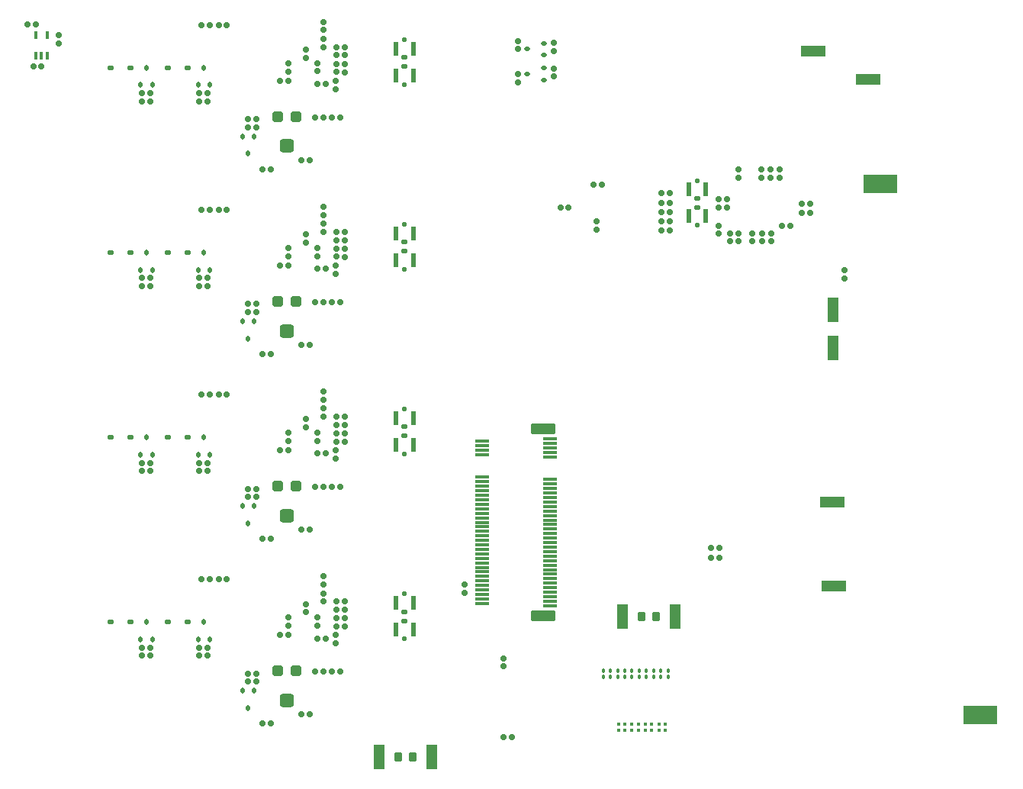
<source format=gbp>
G04*
G04 #@! TF.GenerationSoftware,Altium Limited,Altium Designer,23.10.1 (27)*
G04*
G04 Layer_Color=128*
%FSAX25Y25*%
%MOIN*%
G70*
G04*
G04 #@! TF.SameCoordinates,24A0423C-D8D6-4CDA-AFC9-E754AC273B9F*
G04*
G04*
G04 #@! TF.FilePolarity,Positive*
G04*
G01*
G75*
G04:AMPARAMS|DCode=40|XSize=23.62mil|YSize=23.62mil|CornerRadius=5.91mil|HoleSize=0mil|Usage=FLASHONLY|Rotation=270.000|XOffset=0mil|YOffset=0mil|HoleType=Round|Shape=RoundedRectangle|*
%AMROUNDEDRECTD40*
21,1,0.02362,0.01181,0,0,270.0*
21,1,0.01181,0.02362,0,0,270.0*
1,1,0.01181,-0.00591,-0.00591*
1,1,0.01181,-0.00591,0.00591*
1,1,0.01181,0.00591,0.00591*
1,1,0.01181,0.00591,-0.00591*
%
%ADD40ROUNDEDRECTD40*%
G04:AMPARAMS|DCode=46|XSize=23.62mil|YSize=23.62mil|CornerRadius=5.91mil|HoleSize=0mil|Usage=FLASHONLY|Rotation=0.000|XOffset=0mil|YOffset=0mil|HoleType=Round|Shape=RoundedRectangle|*
%AMROUNDEDRECTD46*
21,1,0.02362,0.01181,0,0,0.0*
21,1,0.01181,0.02362,0,0,0.0*
1,1,0.01181,0.00591,-0.00591*
1,1,0.01181,-0.00591,-0.00591*
1,1,0.01181,-0.00591,0.00591*
1,1,0.01181,0.00591,0.00591*
%
%ADD46ROUNDEDRECTD46*%
G04:AMPARAMS|DCode=48|XSize=25.2mil|YSize=25.2mil|CornerRadius=6.3mil|HoleSize=0mil|Usage=FLASHONLY|Rotation=270.000|XOffset=0mil|YOffset=0mil|HoleType=Round|Shape=RoundedRectangle|*
%AMROUNDEDRECTD48*
21,1,0.02520,0.01260,0,0,270.0*
21,1,0.01260,0.02520,0,0,270.0*
1,1,0.01260,-0.00630,-0.00630*
1,1,0.01260,-0.00630,0.00630*
1,1,0.01260,0.00630,0.00630*
1,1,0.01260,0.00630,-0.00630*
%
%ADD48ROUNDEDRECTD48*%
G04:AMPARAMS|DCode=49|XSize=39.37mil|YSize=35.43mil|CornerRadius=8.86mil|HoleSize=0mil|Usage=FLASHONLY|Rotation=90.000|XOffset=0mil|YOffset=0mil|HoleType=Round|Shape=RoundedRectangle|*
%AMROUNDEDRECTD49*
21,1,0.03937,0.01772,0,0,90.0*
21,1,0.02165,0.03543,0,0,90.0*
1,1,0.01772,0.00886,0.01083*
1,1,0.01772,0.00886,-0.01083*
1,1,0.01772,-0.00886,-0.01083*
1,1,0.01772,-0.00886,0.01083*
%
%ADD49ROUNDEDRECTD49*%
G04:AMPARAMS|DCode=51|XSize=25.2mil|YSize=25.2mil|CornerRadius=6.3mil|HoleSize=0mil|Usage=FLASHONLY|Rotation=180.000|XOffset=0mil|YOffset=0mil|HoleType=Round|Shape=RoundedRectangle|*
%AMROUNDEDRECTD51*
21,1,0.02520,0.01260,0,0,180.0*
21,1,0.01260,0.02520,0,0,180.0*
1,1,0.01260,-0.00630,0.00630*
1,1,0.01260,0.00630,0.00630*
1,1,0.01260,0.00630,-0.00630*
1,1,0.01260,-0.00630,-0.00630*
%
%ADD51ROUNDEDRECTD51*%
G04:AMPARAMS|DCode=68|XSize=13.78mil|YSize=15.75mil|CornerRadius=3.45mil|HoleSize=0mil|Usage=FLASHONLY|Rotation=0.000|XOffset=0mil|YOffset=0mil|HoleType=Round|Shape=RoundedRectangle|*
%AMROUNDEDRECTD68*
21,1,0.01378,0.00886,0,0,0.0*
21,1,0.00689,0.01575,0,0,0.0*
1,1,0.00689,0.00345,-0.00443*
1,1,0.00689,-0.00345,-0.00443*
1,1,0.00689,-0.00345,0.00443*
1,1,0.00689,0.00345,0.00443*
%
%ADD68ROUNDEDRECTD68*%
G04:AMPARAMS|DCode=70|XSize=16.54mil|YSize=18.11mil|CornerRadius=4.13mil|HoleSize=0mil|Usage=FLASHONLY|Rotation=0.000|XOffset=0mil|YOffset=0mil|HoleType=Round|Shape=RoundedRectangle|*
%AMROUNDEDRECTD70*
21,1,0.01654,0.00984,0,0,0.0*
21,1,0.00827,0.01811,0,0,0.0*
1,1,0.00827,0.00413,-0.00492*
1,1,0.00827,-0.00413,-0.00492*
1,1,0.00827,-0.00413,0.00492*
1,1,0.00827,0.00413,0.00492*
%
%ADD70ROUNDEDRECTD70*%
G04:AMPARAMS|DCode=186|XSize=12mil|YSize=61mil|CornerRadius=3mil|HoleSize=0mil|Usage=FLASHONLY|Rotation=90.000|XOffset=0mil|YOffset=0mil|HoleType=Round|Shape=RoundedRectangle|*
%AMROUNDEDRECTD186*
21,1,0.01200,0.05500,0,0,90.0*
21,1,0.00600,0.06100,0,0,90.0*
1,1,0.00600,0.02750,0.00300*
1,1,0.00600,0.02750,-0.00300*
1,1,0.00600,-0.02750,-0.00300*
1,1,0.00600,-0.02750,0.00300*
%
%ADD186ROUNDEDRECTD186*%
G04:AMPARAMS|DCode=187|XSize=47mil|YSize=108mil|CornerRadius=4.7mil|HoleSize=0mil|Usage=FLASHONLY|Rotation=90.000|XOffset=0mil|YOffset=0mil|HoleType=Round|Shape=RoundedRectangle|*
%AMROUNDEDRECTD187*
21,1,0.04700,0.09860,0,0,90.0*
21,1,0.03760,0.10800,0,0,90.0*
1,1,0.00940,0.04930,0.01880*
1,1,0.00940,0.04930,-0.01880*
1,1,0.00940,-0.04930,-0.01880*
1,1,0.00940,-0.04930,0.01880*
%
%ADD187ROUNDEDRECTD187*%
G04:AMPARAMS|DCode=188|XSize=108.27mil|YSize=47.24mil|CornerRadius=2.36mil|HoleSize=0mil|Usage=FLASHONLY|Rotation=0.000|XOffset=0mil|YOffset=0mil|HoleType=Round|Shape=RoundedRectangle|*
%AMROUNDEDRECTD188*
21,1,0.10827,0.04252,0,0,0.0*
21,1,0.10354,0.04724,0,0,0.0*
1,1,0.00472,0.05177,-0.02126*
1,1,0.00472,-0.05177,-0.02126*
1,1,0.00472,-0.05177,0.02126*
1,1,0.00472,0.05177,0.02126*
%
%ADD188ROUNDEDRECTD188*%
G04:AMPARAMS|DCode=189|XSize=108.27mil|YSize=47.24mil|CornerRadius=2.36mil|HoleSize=0mil|Usage=FLASHONLY|Rotation=90.000|XOffset=0mil|YOffset=0mil|HoleType=Round|Shape=RoundedRectangle|*
%AMROUNDEDRECTD189*
21,1,0.10827,0.04252,0,0,90.0*
21,1,0.10354,0.04724,0,0,90.0*
1,1,0.00472,0.02126,0.05177*
1,1,0.00472,0.02126,-0.05177*
1,1,0.00472,-0.02126,-0.05177*
1,1,0.00472,-0.02126,0.05177*
%
%ADD189ROUNDEDRECTD189*%
G04:AMPARAMS|DCode=190|XSize=149.61mil|YSize=79.92mil|CornerRadius=4mil|HoleSize=0mil|Usage=FLASHONLY|Rotation=180.000|XOffset=0mil|YOffset=0mil|HoleType=Round|Shape=RoundedRectangle|*
%AMROUNDEDRECTD190*
21,1,0.14961,0.07193,0,0,180.0*
21,1,0.14161,0.07992,0,0,180.0*
1,1,0.00799,-0.07081,0.03597*
1,1,0.00799,0.07081,0.03597*
1,1,0.00799,0.07081,-0.03597*
1,1,0.00799,-0.07081,-0.03597*
%
%ADD190ROUNDEDRECTD190*%
G04:AMPARAMS|DCode=191|XSize=25.59mil|YSize=19.68mil|CornerRadius=4.92mil|HoleSize=0mil|Usage=FLASHONLY|Rotation=0.000|XOffset=0mil|YOffset=0mil|HoleType=Round|Shape=RoundedRectangle|*
%AMROUNDEDRECTD191*
21,1,0.02559,0.00984,0,0,0.0*
21,1,0.01575,0.01968,0,0,0.0*
1,1,0.00984,0.00787,-0.00492*
1,1,0.00984,-0.00787,-0.00492*
1,1,0.00984,-0.00787,0.00492*
1,1,0.00984,0.00787,0.00492*
%
%ADD191ROUNDEDRECTD191*%
G04:AMPARAMS|DCode=192|XSize=22.84mil|YSize=62.21mil|CornerRadius=5.71mil|HoleSize=0mil|Usage=FLASHONLY|Rotation=0.000|XOffset=0mil|YOffset=0mil|HoleType=Round|Shape=RoundedRectangle|*
%AMROUNDEDRECTD192*
21,1,0.02284,0.05079,0,0,0.0*
21,1,0.01142,0.06221,0,0,0.0*
1,1,0.01142,0.00571,-0.02539*
1,1,0.01142,-0.00571,-0.02539*
1,1,0.01142,-0.00571,0.02539*
1,1,0.01142,0.00571,0.02539*
%
%ADD192ROUNDEDRECTD192*%
G04:AMPARAMS|DCode=193|XSize=23.62mil|YSize=21.65mil|CornerRadius=5.41mil|HoleSize=0mil|Usage=FLASHONLY|Rotation=180.000|XOffset=0mil|YOffset=0mil|HoleType=Round|Shape=RoundedRectangle|*
%AMROUNDEDRECTD193*
21,1,0.02362,0.01083,0,0,180.0*
21,1,0.01280,0.02165,0,0,180.0*
1,1,0.01083,-0.00640,0.00541*
1,1,0.01083,0.00640,0.00541*
1,1,0.01083,0.00640,-0.00541*
1,1,0.01083,-0.00640,-0.00541*
%
%ADD193ROUNDEDRECTD193*%
G04:AMPARAMS|DCode=194|XSize=19.68mil|YSize=19.68mil|CornerRadius=4.92mil|HoleSize=0mil|Usage=FLASHONLY|Rotation=180.000|XOffset=0mil|YOffset=0mil|HoleType=Round|Shape=RoundedRectangle|*
%AMROUNDEDRECTD194*
21,1,0.01968,0.00984,0,0,180.0*
21,1,0.00984,0.01968,0,0,180.0*
1,1,0.00984,-0.00492,0.00492*
1,1,0.00984,0.00492,0.00492*
1,1,0.00984,0.00492,-0.00492*
1,1,0.00984,-0.00492,-0.00492*
%
%ADD194ROUNDEDRECTD194*%
G04:AMPARAMS|DCode=196|XSize=18.5mil|YSize=23.62mil|CornerRadius=4.63mil|HoleSize=0mil|Usage=FLASHONLY|Rotation=270.000|XOffset=0mil|YOffset=0mil|HoleType=Round|Shape=RoundedRectangle|*
%AMROUNDEDRECTD196*
21,1,0.01850,0.01437,0,0,270.0*
21,1,0.00925,0.02362,0,0,270.0*
1,1,0.00925,-0.00719,-0.00463*
1,1,0.00925,-0.00719,0.00463*
1,1,0.00925,0.00719,0.00463*
1,1,0.00925,0.00719,-0.00463*
%
%ADD196ROUNDEDRECTD196*%
G04:AMPARAMS|DCode=197|XSize=18.5mil|YSize=23.62mil|CornerRadius=4.63mil|HoleSize=0mil|Usage=FLASHONLY|Rotation=180.000|XOffset=0mil|YOffset=0mil|HoleType=Round|Shape=RoundedRectangle|*
%AMROUNDEDRECTD197*
21,1,0.01850,0.01437,0,0,180.0*
21,1,0.00925,0.02362,0,0,180.0*
1,1,0.00925,-0.00463,0.00719*
1,1,0.00925,0.00463,0.00719*
1,1,0.00925,0.00463,-0.00719*
1,1,0.00925,-0.00463,-0.00719*
%
%ADD197ROUNDEDRECTD197*%
G04:AMPARAMS|DCode=198|XSize=47.24mil|YSize=47.24mil|CornerRadius=11.81mil|HoleSize=0mil|Usage=FLASHONLY|Rotation=0.000|XOffset=0mil|YOffset=0mil|HoleType=Round|Shape=RoundedRectangle|*
%AMROUNDEDRECTD198*
21,1,0.04724,0.02362,0,0,0.0*
21,1,0.02362,0.04724,0,0,0.0*
1,1,0.02362,0.01181,-0.01181*
1,1,0.02362,-0.01181,-0.01181*
1,1,0.02362,-0.01181,0.01181*
1,1,0.02362,0.01181,0.01181*
%
%ADD198ROUNDEDRECTD198*%
G04:AMPARAMS|DCode=199|XSize=62.99mil|YSize=59.06mil|CornerRadius=14.76mil|HoleSize=0mil|Usage=FLASHONLY|Rotation=0.000|XOffset=0mil|YOffset=0mil|HoleType=Round|Shape=RoundedRectangle|*
%AMROUNDEDRECTD199*
21,1,0.06299,0.02953,0,0,0.0*
21,1,0.03347,0.05906,0,0,0.0*
1,1,0.02953,0.01673,-0.01476*
1,1,0.02953,-0.01673,-0.01476*
1,1,0.02953,-0.01673,0.01476*
1,1,0.02953,0.01673,0.01476*
%
%ADD199ROUNDEDRECTD199*%
G04:AMPARAMS|DCode=200|XSize=15.75mil|YSize=33.47mil|CornerRadius=3.94mil|HoleSize=0mil|Usage=FLASHONLY|Rotation=0.000|XOffset=0mil|YOffset=0mil|HoleType=Round|Shape=RoundedRectangle|*
%AMROUNDEDRECTD200*
21,1,0.01575,0.02559,0,0,0.0*
21,1,0.00787,0.03347,0,0,0.0*
1,1,0.00787,0.00394,-0.01280*
1,1,0.00787,-0.00394,-0.01280*
1,1,0.00787,-0.00394,0.01280*
1,1,0.00787,0.00394,0.01280*
%
%ADD200ROUNDEDRECTD200*%
D40*
X0163779Y0331890D02*
D03*
X0160236D02*
D03*
X0121653Y0372244D02*
D03*
X0118110D02*
D03*
X0121653Y0210827D02*
D03*
X0118110D02*
D03*
X0121653Y0130118D02*
D03*
X0118110D02*
D03*
X0121653Y0291535D02*
D03*
X0118110D02*
D03*
X0160236Y0089764D02*
D03*
X0163779D02*
D03*
X0160236Y0251181D02*
D03*
X0163779D02*
D03*
X0160236Y0170472D02*
D03*
X0163779D02*
D03*
X0154232Y0071063D02*
D03*
X0157776D02*
D03*
X0140847Y0067126D02*
D03*
X0137303D02*
D03*
X0154232Y0151772D02*
D03*
X0157776D02*
D03*
X0140847Y0147835D02*
D03*
X0137303D02*
D03*
X0154232Y0232480D02*
D03*
X0157776D02*
D03*
X0140847Y0228543D02*
D03*
X0137303D02*
D03*
X0154232Y0313189D02*
D03*
X0157776D02*
D03*
X0137303Y0309252D02*
D03*
X0140847D02*
D03*
X0376476Y0290256D02*
D03*
X0372933D02*
D03*
Y0293996D02*
D03*
X0376476D02*
D03*
X0034547Y0372441D02*
D03*
X0038091D02*
D03*
X0037106Y0353937D02*
D03*
X0040650D02*
D03*
X0333268Y0139370D02*
D03*
X0336811D02*
D03*
X0333268Y0143701D02*
D03*
X0336811D02*
D03*
X0246161Y0061024D02*
D03*
X0242618D02*
D03*
X0267421Y0292323D02*
D03*
X0270965D02*
D03*
D46*
X0163878Y0362500D02*
D03*
Y0366043D02*
D03*
X0169488Y0274508D02*
D03*
Y0270965D02*
D03*
Y0193799D02*
D03*
Y0190256D02*
D03*
Y0113091D02*
D03*
Y0109547D02*
D03*
Y0355217D02*
D03*
Y0351673D02*
D03*
X0163878Y0201083D02*
D03*
Y0204626D02*
D03*
X0161221Y0190551D02*
D03*
Y0194095D02*
D03*
Y0271161D02*
D03*
Y0274705D02*
D03*
X0163878Y0281791D02*
D03*
Y0285335D02*
D03*
X0161221Y0109843D02*
D03*
Y0113386D02*
D03*
X0163878Y0120374D02*
D03*
Y0123917D02*
D03*
X0161221Y0351969D02*
D03*
Y0355512D02*
D03*
X0248917Y0365158D02*
D03*
Y0361614D02*
D03*
X0264567Y0364370D02*
D03*
Y0360827D02*
D03*
X0248917Y0347244D02*
D03*
Y0350787D02*
D03*
X0264567Y0353150D02*
D03*
Y0349606D02*
D03*
X0088189Y0096653D02*
D03*
Y0100197D02*
D03*
X0113287Y0096653D02*
D03*
Y0100197D02*
D03*
X0084646Y0096653D02*
D03*
Y0100197D02*
D03*
X0109744Y0096653D02*
D03*
Y0100197D02*
D03*
X0148622Y0109744D02*
D03*
Y0113287D02*
D03*
X0131004Y0088878D02*
D03*
Y0085335D02*
D03*
X0134744Y0088878D02*
D03*
Y0085335D02*
D03*
X0088189Y0177362D02*
D03*
Y0180905D02*
D03*
X0113287Y0177362D02*
D03*
Y0180905D02*
D03*
X0084646Y0177362D02*
D03*
Y0180905D02*
D03*
X0109744Y0177362D02*
D03*
Y0180905D02*
D03*
X0148622Y0190453D02*
D03*
Y0193996D02*
D03*
X0131004Y0169587D02*
D03*
Y0166043D02*
D03*
X0134744Y0169587D02*
D03*
Y0166043D02*
D03*
X0088189Y0258071D02*
D03*
Y0261614D02*
D03*
X0113287Y0258071D02*
D03*
Y0261614D02*
D03*
X0084646Y0258071D02*
D03*
Y0261614D02*
D03*
X0109744Y0258071D02*
D03*
Y0261614D02*
D03*
X0148622Y0271162D02*
D03*
Y0274705D02*
D03*
X0131004Y0250295D02*
D03*
Y0246752D02*
D03*
X0134744Y0250295D02*
D03*
Y0246752D02*
D03*
X0109744Y0342323D02*
D03*
Y0338779D02*
D03*
X0113287D02*
D03*
Y0342323D02*
D03*
X0134744Y0331004D02*
D03*
Y0327461D02*
D03*
X0148622Y0355413D02*
D03*
Y0351870D02*
D03*
X0084646Y0342323D02*
D03*
Y0338779D02*
D03*
X0088189D02*
D03*
Y0342323D02*
D03*
X0131004Y0331004D02*
D03*
Y0327461D02*
D03*
X0391535Y0261516D02*
D03*
Y0265059D02*
D03*
X0336614Y0281004D02*
D03*
Y0284547D02*
D03*
X0169587Y0362500D02*
D03*
Y0281791D02*
D03*
Y0201083D02*
D03*
Y0120374D02*
D03*
X0173327Y0116831D02*
D03*
Y0120374D02*
D03*
Y0197539D02*
D03*
Y0201083D02*
D03*
Y0358957D02*
D03*
Y0362500D02*
D03*
Y0278248D02*
D03*
Y0281791D02*
D03*
X0169587Y0116831D02*
D03*
Y0197539D02*
D03*
Y0278248D02*
D03*
Y0358957D02*
D03*
X0225590Y0124213D02*
D03*
Y0127756D02*
D03*
X0242618Y0092027D02*
D03*
Y0095571D02*
D03*
X0283169Y0282874D02*
D03*
Y0286417D02*
D03*
D48*
X0110689Y0291535D02*
D03*
X0114311D02*
D03*
X0110689Y0210827D02*
D03*
X0114311D02*
D03*
X0110689Y0130118D02*
D03*
X0114311D02*
D03*
X0282047Y0302559D02*
D03*
X0285669D02*
D03*
X0167579Y0331890D02*
D03*
X0171201D02*
D03*
X0114311Y0372244D02*
D03*
X0110689D02*
D03*
X0171201Y0251181D02*
D03*
X0167579D02*
D03*
X0171201Y0170472D02*
D03*
X0167579D02*
D03*
X0171201Y0089764D02*
D03*
X0167579D02*
D03*
X0161181Y0346358D02*
D03*
X0164803D02*
D03*
X0161181Y0184941D02*
D03*
X0164803D02*
D03*
X0161279Y0265650D02*
D03*
X0164902D02*
D03*
X0161181Y0104232D02*
D03*
X0164803D02*
D03*
X0145039Y0105807D02*
D03*
X0148661D02*
D03*
X0145039Y0186516D02*
D03*
X0148661D02*
D03*
X0145039Y0267224D02*
D03*
X0148661D02*
D03*
Y0347933D02*
D03*
X0145039D02*
D03*
X0364331Y0284449D02*
D03*
X0367953D02*
D03*
X0340295Y0296260D02*
D03*
X0336673D02*
D03*
Y0292323D02*
D03*
X0340295D02*
D03*
X0315098Y0298721D02*
D03*
X0311476D02*
D03*
X0315098Y0294587D02*
D03*
X0311476D02*
D03*
X0315098Y0286516D02*
D03*
X0311476D02*
D03*
X0315098Y0290453D02*
D03*
X0311476D02*
D03*
X0315098Y0282579D02*
D03*
X0311476D02*
D03*
D49*
X0302953Y0113779D02*
D03*
X0309252D02*
D03*
X0202854Y0052559D02*
D03*
X0196555D02*
D03*
D51*
X0169390Y0186457D02*
D03*
Y0182835D02*
D03*
Y0105748D02*
D03*
Y0102126D02*
D03*
Y0347874D02*
D03*
Y0344252D02*
D03*
Y0267165D02*
D03*
Y0263543D02*
D03*
X0163878Y0208524D02*
D03*
Y0212146D02*
D03*
Y0369941D02*
D03*
Y0373563D02*
D03*
Y0289232D02*
D03*
Y0292854D02*
D03*
Y0127815D02*
D03*
Y0131437D02*
D03*
X0355217Y0309095D02*
D03*
Y0305472D02*
D03*
X0156398Y0119232D02*
D03*
Y0115610D02*
D03*
Y0199941D02*
D03*
Y0196319D02*
D03*
Y0280650D02*
D03*
Y0277028D02*
D03*
Y0357736D02*
D03*
Y0361358D02*
D03*
X0363090Y0305472D02*
D03*
Y0309095D02*
D03*
X0359154Y0305472D02*
D03*
Y0309095D02*
D03*
X0345374Y0305374D02*
D03*
Y0308996D02*
D03*
X0359547Y0281240D02*
D03*
Y0277618D02*
D03*
X0355610Y0281240D02*
D03*
Y0277618D02*
D03*
X0351279D02*
D03*
Y0281240D02*
D03*
X0345374D02*
D03*
Y0277618D02*
D03*
X0341437Y0281240D02*
D03*
Y0277618D02*
D03*
X0048327Y0367756D02*
D03*
Y0364134D02*
D03*
X0173327Y0274449D02*
D03*
Y0270827D02*
D03*
Y0193740D02*
D03*
Y0190118D02*
D03*
Y0113031D02*
D03*
Y0109409D02*
D03*
Y0355157D02*
D03*
Y0351535D02*
D03*
D68*
X0292815Y0066732D02*
D03*
Y0064173D02*
D03*
X0295571Y0066732D02*
D03*
Y0064173D02*
D03*
X0298721Y0066732D02*
D03*
Y0064173D02*
D03*
X0301476Y0066732D02*
D03*
Y0064173D02*
D03*
X0304626Y0066732D02*
D03*
Y0064173D02*
D03*
X0307382Y0066732D02*
D03*
Y0064173D02*
D03*
X0310531Y0066732D02*
D03*
Y0064173D02*
D03*
X0313287Y0066732D02*
D03*
Y0064173D02*
D03*
D70*
X0286122Y0090118D02*
D03*
Y0087441D02*
D03*
X0292421Y0090118D02*
D03*
Y0087441D02*
D03*
X0295571Y0090118D02*
D03*
Y0087441D02*
D03*
X0298721Y0090118D02*
D03*
Y0087441D02*
D03*
X0301870Y0090118D02*
D03*
Y0087441D02*
D03*
X0305020Y0090118D02*
D03*
Y0087441D02*
D03*
X0308169Y0090118D02*
D03*
Y0087441D02*
D03*
X0314469Y0090118D02*
D03*
Y0087441D02*
D03*
X0289272Y0090118D02*
D03*
Y0087441D02*
D03*
X0311319Y0090118D02*
D03*
Y0087441D02*
D03*
D186*
X0262894Y0118504D02*
D03*
X0233169Y0119488D02*
D03*
X0262894Y0120473D02*
D03*
X0233169Y0121457D02*
D03*
X0262894Y0122441D02*
D03*
X0233169Y0123425D02*
D03*
X0262894Y0124409D02*
D03*
X0233169Y0125394D02*
D03*
X0262894Y0126378D02*
D03*
X0233169Y0127362D02*
D03*
X0262894Y0128347D02*
D03*
X0233169Y0129331D02*
D03*
X0262894Y0130315D02*
D03*
X0233169Y0131299D02*
D03*
X0262894Y0132283D02*
D03*
X0233169Y0133268D02*
D03*
X0262894Y0134252D02*
D03*
X0233169Y0135236D02*
D03*
X0262894Y0136221D02*
D03*
X0233169Y0137205D02*
D03*
X0262894Y0138189D02*
D03*
X0233169Y0139173D02*
D03*
X0262894Y0140157D02*
D03*
X0233169Y0141142D02*
D03*
X0262894Y0142126D02*
D03*
X0233169Y0143110D02*
D03*
X0262894Y0144095D02*
D03*
X0233169Y0145079D02*
D03*
X0262894Y0146063D02*
D03*
X0233169Y0147047D02*
D03*
X0262894Y0148031D02*
D03*
X0233169Y0149016D02*
D03*
X0262894Y0150000D02*
D03*
X0233169Y0150984D02*
D03*
X0262894Y0151969D02*
D03*
X0233169Y0152953D02*
D03*
X0262894Y0153937D02*
D03*
X0233169Y0154921D02*
D03*
X0262894Y0155905D02*
D03*
X0233169Y0156890D02*
D03*
X0262894Y0157874D02*
D03*
X0233169Y0158858D02*
D03*
X0262894Y0159843D02*
D03*
X0233169Y0160827D02*
D03*
X0262894Y0161811D02*
D03*
X0233169Y0162795D02*
D03*
X0262894Y0163779D02*
D03*
X0233169Y0164764D02*
D03*
X0262894Y0165748D02*
D03*
X0233169Y0166732D02*
D03*
X0262894Y0167717D02*
D03*
X0233169Y0168701D02*
D03*
X0262894Y0169685D02*
D03*
X0233169Y0170669D02*
D03*
X0262894Y0171653D02*
D03*
X0233169Y0172638D02*
D03*
X0262894Y0173622D02*
D03*
X0233169Y0174606D02*
D03*
X0262894Y0183465D02*
D03*
X0233169Y0184449D02*
D03*
X0262894Y0185433D02*
D03*
X0233169Y0186417D02*
D03*
X0262894Y0187402D02*
D03*
X0233169Y0188386D02*
D03*
X0262894Y0189370D02*
D03*
X0233169Y0190354D02*
D03*
X0262894Y0191339D02*
D03*
D187*
X0259842Y0114173D02*
D03*
Y0195669D02*
D03*
D188*
X0378051Y0360630D02*
D03*
X0401968Y0348425D02*
D03*
X0386811Y0127264D02*
D03*
X0386319Y0163878D02*
D03*
D189*
X0317717Y0113779D02*
D03*
X0294587D02*
D03*
X0188287Y0052461D02*
D03*
X0211319Y0052559D02*
D03*
X0386614Y0247835D02*
D03*
Y0231102D02*
D03*
D190*
X0407087Y0302756D02*
D03*
X0450787Y0070866D02*
D03*
D191*
X0070964Y0353445D02*
D03*
X0079626D02*
D03*
X0104724D02*
D03*
X0096063D02*
D03*
X0070964Y0111319D02*
D03*
X0079626D02*
D03*
Y0192027D02*
D03*
X0070964D02*
D03*
Y0272736D02*
D03*
X0079626D02*
D03*
X0104724Y0111319D02*
D03*
X0096063D02*
D03*
Y0192027D02*
D03*
X0104724D02*
D03*
Y0272736D02*
D03*
X0096063D02*
D03*
D192*
X0331043Y0300295D02*
D03*
X0323484D02*
D03*
X0331043Y0288681D02*
D03*
X0323484D02*
D03*
X0203113Y0361875D02*
D03*
X0195553D02*
D03*
Y0281167D02*
D03*
X0203113D02*
D03*
Y0200458D02*
D03*
X0195553D02*
D03*
Y0119749D02*
D03*
X0203113D02*
D03*
X0195630Y0350197D02*
D03*
X0203189D02*
D03*
Y0269488D02*
D03*
X0195630D02*
D03*
Y0188779D02*
D03*
X0203189D02*
D03*
Y0108071D02*
D03*
X0195630D02*
D03*
D193*
X0327264Y0296457D02*
D03*
Y0292520D02*
D03*
X0199333Y0358036D02*
D03*
Y0277328D02*
D03*
Y0196619D02*
D03*
Y0115910D02*
D03*
X0199409Y0354035D02*
D03*
Y0273327D02*
D03*
Y0192618D02*
D03*
Y0111909D02*
D03*
D194*
X0327264Y0304232D02*
D03*
Y0284744D02*
D03*
X0199333Y0365812D02*
D03*
Y0285104D02*
D03*
Y0204395D02*
D03*
Y0123686D02*
D03*
X0199409Y0346260D02*
D03*
Y0265551D02*
D03*
Y0184843D02*
D03*
Y0104134D02*
D03*
D196*
X0252854Y0361614D02*
D03*
X0260335Y0364173D02*
D03*
Y0359055D02*
D03*
X0252854Y0350787D02*
D03*
X0260335Y0353346D02*
D03*
Y0348228D02*
D03*
D197*
X0086614Y0111319D02*
D03*
X0089173Y0103839D02*
D03*
X0084055D02*
D03*
X0111713Y0111319D02*
D03*
X0114272Y0103839D02*
D03*
X0109153D02*
D03*
X0131004Y0073819D02*
D03*
X0128445Y0081299D02*
D03*
X0133563D02*
D03*
X0086614Y0192028D02*
D03*
X0089173Y0184547D02*
D03*
X0084055D02*
D03*
X0111713Y0192028D02*
D03*
X0114272Y0184547D02*
D03*
X0109153D02*
D03*
X0131004Y0154527D02*
D03*
X0128445Y0162008D02*
D03*
X0133563D02*
D03*
X0086614Y0272736D02*
D03*
X0089173Y0265256D02*
D03*
X0084055D02*
D03*
X0111713Y0272736D02*
D03*
X0114272Y0265256D02*
D03*
X0109153D02*
D03*
X0131004Y0235236D02*
D03*
X0128445Y0242717D02*
D03*
X0133563D02*
D03*
X0109153Y0345965D02*
D03*
X0111713Y0353445D02*
D03*
X0114272Y0345965D02*
D03*
X0084055D02*
D03*
X0086614Y0353445D02*
D03*
X0089173Y0345965D02*
D03*
X0131004Y0315945D02*
D03*
X0128445Y0323425D02*
D03*
X0133563D02*
D03*
D198*
X0143996Y0089961D02*
D03*
X0151870D02*
D03*
X0143996Y0170669D02*
D03*
X0151870D02*
D03*
X0143996Y0251378D02*
D03*
X0151870D02*
D03*
X0143996Y0332087D02*
D03*
X0151870D02*
D03*
D199*
X0147933Y0077165D02*
D03*
Y0157874D02*
D03*
Y0238583D02*
D03*
Y0319291D02*
D03*
D200*
X0043209Y0358760D02*
D03*
X0040650D02*
D03*
X0038091D02*
D03*
Y0367618D02*
D03*
X0043209D02*
D03*
M02*

</source>
